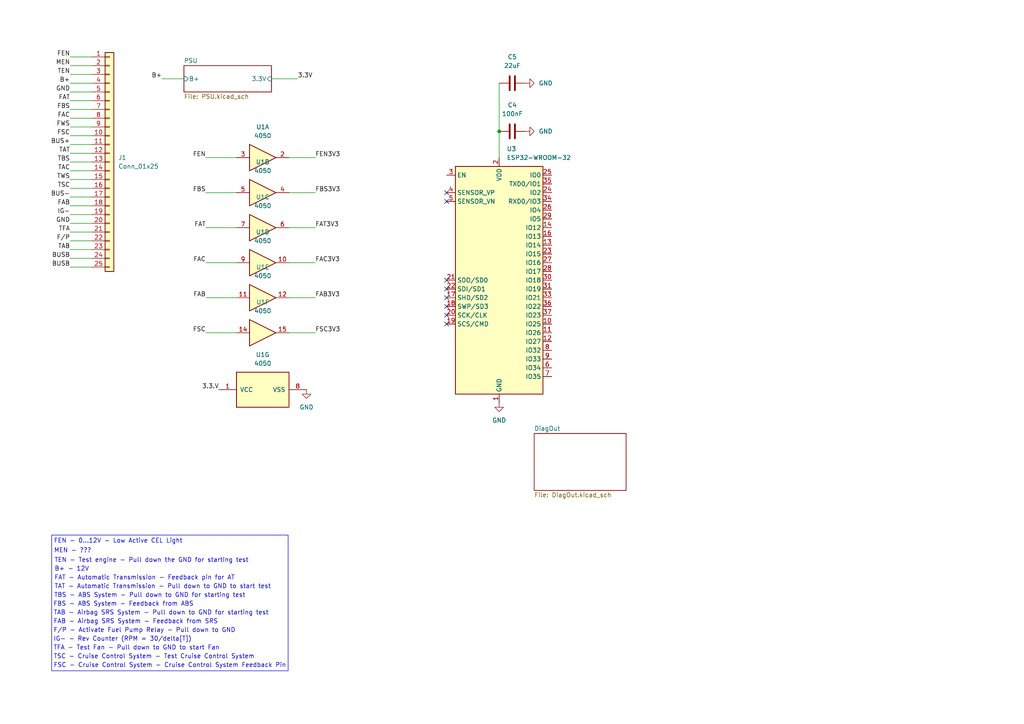
<source format=kicad_sch>
(kicad_sch (version 20231120) (generator "eeschema") (generator_version "8.0")
  (paper "A4")
  (lib_symbols
    (symbol "4xxx:4050" (pin_names (offset 1.016))
      (property "Reference" "U" (at 0 1.27 0))
      (property "Value" "4050" (at 0 -1.27 0))
      (symbol "4050_1_0"
        (polyline (pts (xy -3.81 3.81) (xy -3.81 -3.81) (xy 3.81 0) (xy -3.81 3.81)) (stroke (width 0.254)) (fill (type background)))
        (pin output line (at 7.62 0 180) (length 3.81) (name "~") (number "2"))
        (pin input line (at -7.62 0 0) (length 3.81) (name "~") (number "3"))
      )
      (symbol "4050_2_0"
        (polyline (pts (xy -3.81 3.81) (xy -3.81 -3.81) (xy 3.81 0) (xy -3.81 3.81)) (stroke (width 0.254)) (fill (type background)))
        (pin output line (at 7.62 0 180) (length 3.81) (name "~") (number "4"))
        (pin input line (at -7.62 0 0) (length 3.81) (name "~") (number "5"))
      )
      (symbol "4050_3_0"
        (polyline (pts (xy -3.81 3.81) (xy -3.81 -3.81) (xy 3.81 0) (xy -3.81 3.81)) (stroke (width 0.254)) (fill (type background)))
        (pin output line (at 7.62 0 180) (length 3.81) (name "~") (number "6"))
        (pin input line (at -7.62 0 0) (length 3.81) (name "~") (number "7"))
      )
      (symbol "4050_4_0"
        (polyline (pts (xy -3.81 3.81) (xy -3.81 -3.81) (xy 3.81 0) (xy -3.81 3.81)) (stroke (width 0.254)) (fill (type background)))
        (pin output line (at 7.62 0 180) (length 3.81) (name "~") (number "10"))
        (pin input line (at -7.62 0 0) (length 3.81) (name "~") (number "9"))
      )
      (symbol "4050_5_0"
        (polyline (pts (xy -3.81 3.81) (xy -3.81 -3.81) (xy 3.81 0) (xy -3.81 3.81)) (stroke (width 0.254)) (fill (type background)))
        (pin input line (at -7.62 0 0) (length 3.81) (name "~") (number "11"))
        (pin output line (at 7.62 0 180) (length 3.81) (name "~") (number "12"))
      )
      (symbol "4050_6_0"
        (polyline (pts (xy -3.81 3.81) (xy -3.81 -3.81) (xy 3.81 0) (xy -3.81 3.81)) (stroke (width 0.254)) (fill (type background)))
        (pin input line (at -7.62 0 0) (length 3.81) (name "~") (number "14"))
        (pin output line (at 7.62 0 180) (length 3.81) (name "~") (number "15"))
      )
      (symbol "4050_7_0"
        (pin power_in line (at 0 12.7 270) (length 5.08) (name "VCC") (number "1"))
        (pin power_in line (at 0 -12.7 90) (length 5.08) (name "VSS") (number "8"))
      )
      (symbol "4050_7_1"
        (rectangle (start -5.08 7.62) (end 5.08 -7.62) (stroke (width 0.254)) (fill (type background)))
      )
    )
    (symbol "Connector_Generic:Conn_01x25" (pin_names (offset 1.016) hide)
      (property "Reference" "J" (at 0 33.02 0))
      (property "Value" "Conn_01x25" (at 0 -33.02 0))
      (symbol "Conn_01x25_1_1"
        (rectangle (start -1.27 -30.353) (end 0 -30.607) (stroke (width 0.1524)))
        (rectangle (start -1.27 -27.813) (end 0 -28.067) (stroke (width 0.1524)))
        (rectangle (start -1.27 -25.273) (end 0 -25.527) (stroke (width 0.1524)))
        (rectangle (start -1.27 -22.733) (end 0 -22.987) (stroke (width 0.1524)))
        (rectangle (start -1.27 -20.193) (end 0 -20.447) (stroke (width 0.1524)))
        (rectangle (start -1.27 -17.653) (end 0 -17.907) (stroke (width 0.1524)))
        (rectangle (start -1.27 -15.113) (end 0 -15.367) (stroke (width 0.1524)))
        (rectangle (start -1.27 -12.573) (end 0 -12.827) (stroke (width 0.1524)))
        (rectangle (start -1.27 -10.033) (end 0 -10.287) (stroke (width 0.1524)))
        (rectangle (start -1.27 -7.493) (end 0 -7.747) (stroke (width 0.1524)))
        (rectangle (start -1.27 -4.953) (end 0 -5.207) (stroke (width 0.1524)))
        (rectangle (start -1.27 -2.413) (end 0 -2.667) (stroke (width 0.1524)))
        (rectangle (start -1.27 0.127) (end 0 -0.127) (stroke (width 0.1524)))
        (rectangle (start -1.27 2.667) (end 0 2.413) (stroke (width 0.1524)))
        (rectangle (start -1.27 5.207) (end 0 4.953) (stroke (width 0.1524)))
        (rectangle (start -1.27 7.747) (end 0 7.493) (stroke (width 0.1524)))
        (rectangle (start -1.27 10.287) (end 0 10.033) (stroke (width 0.1524)))
        (rectangle (start -1.27 12.827) (end 0 12.573) (stroke (width 0.1524)))
        (rectangle (start -1.27 15.367) (end 0 15.113) (stroke (width 0.1524)))
        (rectangle (start -1.27 17.907) (end 0 17.653) (stroke (width 0.1524)))
        (rectangle (start -1.27 20.447) (end 0 20.193) (stroke (width 0.1524)))
        (rectangle (start -1.27 22.987) (end 0 22.733) (stroke (width 0.1524)))
        (rectangle (start -1.27 25.527) (end 0 25.273) (stroke (width 0.1524)))
        (rectangle (start -1.27 28.067) (end 0 27.813) (stroke (width 0.1524)))
        (rectangle (start -1.27 30.607) (end 0 30.353) (stroke (width 0.1524)))
        (rectangle (start -1.27 31.75) (end 1.27 -31.75) (stroke (width 0.254)) (fill (type background)))
        (pin passive line (at -5.08 30.48 0) (length 3.81) (name "Pin_1") (number "1"))
        (pin passive line (at -5.08 7.62 0) (length 3.81) (name "Pin_10") (number "10"))
        (pin passive line (at -5.08 5.08 0) (length 3.81) (name "Pin_11") (number "11"))
        (pin passive line (at -5.08 2.54 0) (length 3.81) (name "Pin_12") (number "12"))
        (pin passive line (at -5.08 0 0) (length 3.81) (name "Pin_13") (number "13"))
        (pin passive line (at -5.08 -2.54 0) (length 3.81) (name "Pin_14") (number "14"))
        (pin passive line (at -5.08 -5.08 0) (length 3.81) (name "Pin_15") (number "15"))
        (pin passive line (at -5.08 -7.62 0) (length 3.81) (name "Pin_16") (number "16"))
        (pin passive line (at -5.08 -10.16 0) (length 3.81) (name "Pin_17") (number "17"))
        (pin passive line (at -5.08 -12.7 0) (length 3.81) (name "Pin_18") (number "18"))
        (pin passive line (at -5.08 -15.24 0) (length 3.81) (name "Pin_19") (number "19"))
        (pin passive line (at -5.08 27.94 0) (length 3.81) (name "Pin_2") (number "2"))
        (pin passive line (at -5.08 -17.78 0) (length 3.81) (name "Pin_20") (number "20"))
        (pin passive line (at -5.08 -20.32 0) (length 3.81) (name "Pin_21") (number "21"))
        (pin passive line (at -5.08 -22.86 0) (length 3.81) (name "Pin_22") (number "22"))
        (pin passive line (at -5.08 -25.4 0) (length 3.81) (name "Pin_23") (number "23"))
        (pin passive line (at -5.08 -27.94 0) (length 3.81) (name "Pin_24") (number "24"))
        (pin passive line (at -5.08 -30.48 0) (length 3.81) (name "Pin_25") (number "25"))
        (pin passive line (at -5.08 25.4 0) (length 3.81) (name "Pin_3") (number "3"))
        (pin passive line (at -5.08 22.86 0) (length 3.81) (name "Pin_4") (number "4"))
        (pin passive line (at -5.08 20.32 0) (length 3.81) (name "Pin_5") (number "5"))
        (pin passive line (at -5.08 17.78 0) (length 3.81) (name "Pin_6") (number "6"))
        (pin passive line (at -5.08 15.24 0) (length 3.81) (name "Pin_7") (number "7"))
        (pin passive line (at -5.08 12.7 0) (length 3.81) (name "Pin_8") (number "8"))
        (pin passive line (at -5.08 10.16 0) (length 3.81) (name "Pin_9") (number "9"))
      )
    )
    (symbol "Device:C" (pin_numbers hide) (pin_names (offset 0.254))
      (property "Reference" "C" (at 0.635 2.54 0))
      (property "Value" "C" (at 0.635 -2.54 0))
      (symbol "C_0_1"
        (polyline (pts (xy -2.032 -0.762) (xy 2.032 -0.762)) (stroke (width 0.508)))
        (polyline (pts (xy -2.032 0.762) (xy 2.032 0.762)) (stroke (width 0.508)))
      )
      (symbol "C_1_1"
        (pin passive line (at 0 3.81 270) (length 2.794) (name "~") (number "1"))
        (pin passive line (at 0 -3.81 90) (length 2.794) (name "~") (number "2"))
      )
    )
    (symbol "RF_Module:ESP32-WROOM-32"
      (property "Reference" "U" (at -12.7 34.29 0))
      (property "Value" "ESP32-WROOM-32" (at 1.27 34.29 0))
      (symbol "ESP32-WROOM-32_0_1"
        (rectangle (start -12.7 33.02) (end 12.7 -33.02) (stroke (width 0.254)) (fill (type background)))
      )
      (symbol "ESP32-WROOM-32_1_1"
        (pin power_in line (at 0 -35.56 90) (length 2.54) (name "GND") (number "1"))
        (pin bidirectional line (at 15.24 -12.7 180) (length 2.54) (name "IO25") (number "10"))
        (pin bidirectional line (at 15.24 -15.24 180) (length 2.54) (name "IO26") (number "11"))
        (pin bidirectional line (at 15.24 -17.78 180) (length 2.54) (name "IO27") (number "12"))
        (pin bidirectional line (at 15.24 10.16 180) (length 2.54) (name "IO14") (number "13"))
        (pin bidirectional line (at 15.24 15.24 180) (length 2.54) (name "IO12") (number "14"))
        (pin passive line (at 0 -35.56 90) (length 2.54) hide (name "GND") (number "15"))
        (pin bidirectional line (at 15.24 12.7 180) (length 2.54) (name "IO13") (number "16"))
        (pin bidirectional line (at -15.24 -5.08 0) (length 2.54) (name "SHD/SD2") (number "17"))
        (pin bidirectional line (at -15.24 -7.62 0) (length 2.54) (name "SWP/SD3") (number "18"))
        (pin bidirectional line (at -15.24 -12.7 0) (length 2.54) (name "SCS/CMD") (number "19"))
        (pin power_in line (at 0 35.56 270) (length 2.54) (name "VDD") (number "2"))
        (pin bidirectional line (at -15.24 -10.16 0) (length 2.54) (name "SCK/CLK") (number "20"))
        (pin bidirectional line (at -15.24 0 0) (length 2.54) (name "SDO/SD0") (number "21"))
        (pin bidirectional line (at -15.24 -2.54 0) (length 2.54) (name "SDI/SD1") (number "22"))
        (pin bidirectional line (at 15.24 7.62 180) (length 2.54) (name "IO15") (number "23"))
        (pin bidirectional line (at 15.24 25.4 180) (length 2.54) (name "IO2") (number "24"))
        (pin bidirectional line (at 15.24 30.48 180) (length 2.54) (name "IO0") (number "25"))
        (pin bidirectional line (at 15.24 20.32 180) (length 2.54) (name "IO4") (number "26"))
        (pin bidirectional line (at 15.24 5.08 180) (length 2.54) (name "IO16") (number "27"))
        (pin bidirectional line (at 15.24 2.54 180) (length 2.54) (name "IO17") (number "28"))
        (pin bidirectional line (at 15.24 17.78 180) (length 2.54) (name "IO5") (number "29"))
        (pin input line (at -15.24 30.48 0) (length 2.54) (name "EN") (number "3"))
        (pin bidirectional line (at 15.24 0 180) (length 2.54) (name "IO18") (number "30"))
        (pin bidirectional line (at 15.24 -2.54 180) (length 2.54) (name "IO19") (number "31"))
        (pin no_connect line (at -12.7 -27.94 0) (length 2.54) hide (name "NC") (number "32"))
        (pin bidirectional line (at 15.24 -5.08 180) (length 2.54) (name "IO21") (number "33"))
        (pin bidirectional line (at 15.24 22.86 180) (length 2.54) (name "RXD0/IO3") (number "34"))
        (pin bidirectional line (at 15.24 27.94 180) (length 2.54) (name "TXD0/IO1") (number "35"))
        (pin bidirectional line (at 15.24 -7.62 180) (length 2.54) (name "IO22") (number "36"))
        (pin bidirectional line (at 15.24 -10.16 180) (length 2.54) (name "IO23") (number "37"))
        (pin passive line (at 0 -35.56 90) (length 2.54) hide (name "GND") (number "38"))
        (pin passive line (at 0 -35.56 90) (length 2.54) hide (name "GND") (number "39"))
        (pin input line (at -15.24 25.4 0) (length 2.54) (name "SENSOR_VP") (number "4"))
        (pin input line (at -15.24 22.86 0) (length 2.54) (name "SENSOR_VN") (number "5"))
        (pin input line (at 15.24 -25.4 180) (length 2.54) (name "IO34") (number "6"))
        (pin input line (at 15.24 -27.94 180) (length 2.54) (name "IO35") (number "7"))
        (pin bidirectional line (at 15.24 -20.32 180) (length 2.54) (name "IO32") (number "8"))
        (pin bidirectional line (at 15.24 -22.86 180) (length 2.54) (name "IO33") (number "9"))
      )
    )
    (symbol "power:GND" (power) (pin_numbers hide) (pin_names (offset 0) hide)
      (property "Value" "GND" (at 0 -3.81 0))
      (symbol "GND_0_1"
        (polyline (pts (xy 0 0) (xy 0 -1.27) (xy 1.27 -1.27) (xy 0 -2.54) (xy -1.27 -1.27) (xy 0 -1.27)))
      )
      (symbol "GND_1_1"
        (pin power_in line (at 0 0 270) (length 0) (name "~") (number "1"))
      )
    )
  )
  (junction (at 144.78 38.1))
  (no_connect (at 129.54 55.88))
  (no_connect (at 129.54 91.44))
  (no_connect (at 129.54 86.36))
  (no_connect (at 129.54 58.42))
  (no_connect (at 129.54 81.28))
  (no_connect (at 129.54 88.9))
  (no_connect (at 129.54 83.82))
  (no_connect (at 129.54 93.98))
  (wire (pts (xy 20.32 69.85) (xy 26.67 69.85)))
  (wire (pts (xy 20.32 77.47) (xy 26.67 77.47)))
  (wire (pts (xy 20.32 67.31) (xy 26.67 67.31)))
  (wire (pts (xy 83.82 55.88) (xy 91.44 55.88)))
  (wire (pts (xy 20.32 24.13) (xy 26.67 24.13)))
  (wire (pts (xy 46.99 22.86) (xy 53.34 22.86)))
  (wire (pts (xy 20.32 57.15) (xy 26.67 57.15)))
  (wire (pts (xy 20.32 64.77) (xy 26.67 64.77)))
  (wire (pts (xy 20.32 41.91) (xy 26.67 41.91)))
  (wire (pts (xy 144.78 24.13) (xy 144.78 38.1)))
  (wire (pts (xy 83.82 45.72) (xy 91.44 45.72)))
  (wire (pts (xy 20.32 52.07) (xy 26.67 52.07)))
  (wire (pts (xy 78.74 22.86) (xy 86.36 22.86)))
  (wire (pts (xy 59.69 86.36) (xy 68.58 86.36)))
  (wire (pts (xy 83.82 76.2) (xy 91.44 76.2)))
  (wire (pts (xy 20.32 39.37) (xy 26.67 39.37)))
  (wire (pts (xy 20.32 49.53) (xy 26.67 49.53)))
  (wire (pts (xy 20.32 62.23) (xy 26.67 62.23)))
  (wire (pts (xy 83.82 86.36) (xy 91.44 86.36)))
  (wire (pts (xy 20.32 26.67) (xy 26.67 26.67)))
  (wire (pts (xy 20.32 44.45) (xy 26.67 44.45)))
  (wire (pts (xy 144.78 38.1) (xy 144.78 45.72)))
  (wire (pts (xy 20.32 31.75) (xy 26.67 31.75)))
  (wire (pts (xy 20.32 46.99) (xy 26.67 46.99)))
  (wire (pts (xy 20.32 29.21) (xy 26.67 29.21)))
  (wire (pts (xy 59.69 66.04) (xy 68.58 66.04)))
  (wire (pts (xy 59.69 76.2) (xy 68.58 76.2)))
  (wire (pts (xy 20.32 19.05) (xy 26.67 19.05)))
  (wire (pts (xy 20.32 59.69) (xy 26.67 59.69)))
  (wire (pts (xy 83.82 96.52) (xy 91.44 96.52)))
  (wire (pts (xy 59.69 96.52) (xy 68.58 96.52)))
  (wire (pts (xy 20.32 72.39) (xy 26.67 72.39)))
  (wire (pts (xy 20.32 16.51) (xy 26.67 16.51)))
  (wire (pts (xy 59.69 45.72) (xy 68.58 45.72)))
  (wire (pts (xy 20.32 54.61) (xy 26.67 54.61)))
  (wire (pts (xy 83.82 66.04) (xy 91.44 66.04)))
  (wire (pts (xy 59.69 55.88) (xy 68.58 55.88)))
  (wire (pts (xy 20.32 34.29) (xy 26.67 34.29)))
  (wire (pts (xy 20.32 74.93) (xy 26.67 74.93)))
  (wire (pts (xy 20.32 36.83) (xy 26.67 36.83)))
  (wire (pts (xy 20.32 21.59) (xy 26.67 21.59)))
  (rectangle (start 14.986 155.194) (end 83.566 194.564))
  (text "TBS - ABS System - Pull down to GND for starting test" (at 43.434 172.72 0) (effects (font (size 1.27 1.27))))
  (text "IG- - Rev Counter (RPM = 30/delta[T])" (at 35.56 185.42 0) (effects (font (size 1.27 1.27))))
  (text "B+ - 12V" (at 20.828 165.1 0) (effects (font (size 1.27 1.27))))
  (text "FBS - ABS System - Feedback from ABS" (at 35.814 175.26 0) (effects (font (size 1.27 1.27))))
  (text "TSC - Cruise Control System - Test Cruise Control System" (at 44.704 190.5 0) (effects (font (size 1.27 1.27))))
  (text "F/P - Activate Fuel Pump Relay - Pull down to GND" (at 41.91 182.88 0) (effects (font (size 1.27 1.27))))
  (text "FEN - 0...12V - Low Active CEL Light" (at 34.29 156.972 0) (effects (font (size 1.27 1.27))))
  (text "TAT - Automatic Transmission - Pull down to GND to start test" (at 15.748 170.18 0) (effects (font (size 1.27 1.27)) (justify left)))
  (text "TEN - Test engine - Pull down the GND for starting test" (at 43.942 162.56 0) (effects (font (size 1.27 1.27))))
  (text "FSC - Cruise Control System - Cruise Control System Feedback Pin" (at 49.276 193.04 0) (effects (font (size 1.27 1.27))))
  (text "TFA - Test Fan - Pull down to GND to start Fan" (at 39.624 187.96 0) (effects (font (size 1.27 1.27))))
  (text "TAB - Airbag SRS System - Pull down to GND for starting test" (at 46.736 177.8 0) (effects (font (size 1.27 1.27))))
  (text "FAT - Automatic Transmission - Feedback pin for AT" (at 15.748 167.64 0) (effects (font (size 1.27 1.27)) (justify left)))
  (text "MEN - ???" (at 21.082 159.766 0) (effects (font (size 1.27 1.27))))
  (text "FAB - Airbag SRS System - Feedback from SRS" (at 39.37 180.34 0) (effects (font (size 1.27 1.27))))
  (label "FAB" (at 59.69 86.36 180))
  (label "BUS-" (at 20.32 57.15 180))
  (label "FBS3V3" (at 91.44 55.88 0))
  (label "MEN" (at 20.32 19.05 180))
  (label "TEN" (at 20.32 21.59 180))
  (label "FSC3V3" (at 91.44 96.52 0))
  (label "BUS+" (at 20.32 41.91 180))
  (label "3.3.V" (at 63.5 113.03 180))
  (label "FBS" (at 59.69 55.88 180))
  (label "FAC3V3" (at 91.44 76.2 0))
  (label "TBS" (at 20.32 46.99 180))
  (label "TAC" (at 20.32 49.53 180))
  (label "FAT3V3" (at 91.44 66.04 0))
  (label "BUSB" (at 20.32 74.93 180))
  (label "FAT" (at 20.32 29.21 180))
  (label "TAT" (at 20.32 44.45 180))
  (label "FEN" (at 59.69 45.72 180))
  (label "GND" (at 20.32 26.67 180))
  (label "FBS" (at 20.32 31.75 180))
  (label "FAC" (at 59.69 76.2 180))
  (label "TSC" (at 20.32 54.61 180))
  (label "FSC" (at 20.32 39.37 180))
  (label "FWS" (at 20.32 36.83 180))
  (label "FAB3V3" (at 91.44 86.36 0))
  (label "TAB" (at 20.32 72.39 180))
  (label "3.3V" (at 86.36 22.86 0))
  (label "IG-" (at 20.32 62.23 180))
  (label "TFA" (at 20.32 67.31 180))
  (label "FSC" (at 59.69 96.52 180))
  (label "FAB" (at 20.32 59.69 180))
  (label "FAC" (at 20.32 34.29 180))
  (label "FEN" (at 20.32 16.51 180))
  (label "F{slash}P" (at 20.32 69.85 180))
  (label "TWS" (at 20.32 52.07 180))
  (label "GND" (at 20.32 64.77 180))
  (label "BUSB" (at 20.32 77.47 180))
  (label "B+" (at 20.32 24.13 180))
  (label "FEN3V3" (at 91.44 45.72 0))
  (label "B+" (at 46.99 22.86 180))
  (label "FAT" (at 59.69 66.04 180))
  (symbol (lib_id "4xxx:4050") (at 76.2 55.88 0) (unit 2)
    (property "Reference" "U1" (at 76.2 46.99 0))
    (property "Value" "4050" (at 76.2 49.53 0))
    (property "Datasheet" "http://www.intersil.com/content/dam/intersil/documents/cd40/cd4050bms.pdf" (effects (hide yes)))
    (property "Description" "Hex Buffer" (effects (hide yes)))
  )
  (symbol (lib_id "RF_Module:ESP32-WROOM-32") (at 144.78 81.28 0) (unit 1)
    (property "Reference" "U3" (at 146.9741 43.18 0) (effects (justify left)))
    (property "Value" "ESP32-WROOM-32" (at 146.9741 45.72 0) (effects (justify left)))
    (property "Footprint" "RF_Module:ESP32-WROOM-32" (effects (hide yes)))
    (property "Datasheet" "https://www.espressif.com/sites/default/files/documentation/esp32-wroom-32_datasheet_en.pdf" (effects (hide yes)))
    (property "Description" "RF Module, ESP32-D0WDQ6 SoC, Wi-Fi 802.11b/g/n, Bluetooth, BLE, 32-bit, 2.7-3.6V, onboard antenna, SMD" (effects (hide yes)))
  )
  (symbol (lib_id "power:GND") (at 144.78 116.84 0) (unit 1)
    (property "Reference" "#PWR06" (effects (hide yes)))
    (property "Value" "GND" (at 144.78 121.92 0))
    (property "Description" "Power symbol creates a global label with name \"GND\" , ground" (effects (hide yes)))
  )
  (symbol (lib_id "power:GND") (at 152.4 24.13 90) (unit 1)
    (property "Reference" "#PWR08" (effects (hide yes)))
    (property "Value" "GND" (at 156.21 24.1299 90) (effects (justify right)))
    (property "Description" "Power symbol creates a global label with name \"GND\" , ground" (effects (hide yes)))
  )
  (symbol (lib_id "4xxx:4050") (at 76.2 96.52 0) (unit 6)
    (property "Reference" "U1" (at 76.2 87.63 0))
    (property "Value" "4050" (at 76.2 90.17 0))
    (property "Datasheet" "http://www.intersil.com/content/dam/intersil/documents/cd40/cd4050bms.pdf" (effects (hide yes)))
    (property "Description" "Hex Buffer" (effects (hide yes)))
  )
  (symbol (lib_id "power:GND") (at 152.4 38.1 90) (unit 1)
    (property "Reference" "#PWR07" (effects (hide yes)))
    (property "Value" "GND" (at 156.21 38.0999 90) (effects (justify right)))
    (property "Description" "Power symbol creates a global label with name \"GND\" , ground" (effects (hide yes)))
  )
  (symbol (lib_id "4xxx:4050") (at 76.2 86.36 0) (unit 5)
    (property "Reference" "U1" (at 76.2 77.47 0))
    (property "Value" "4050" (at 76.2 80.01 0))
    (property "Datasheet" "http://www.intersil.com/content/dam/intersil/documents/cd40/cd4050bms.pdf" (effects (hide yes)))
    (property "Description" "Hex Buffer" (effects (hide yes)))
  )
  (symbol (lib_id "4xxx:4050") (at 76.2 113.03 90) (unit 7)
    (property "Reference" "U1" (at 76.2 102.87 90))
    (property "Value" "4050" (at 76.2 105.41 90))
    (property "Datasheet" "http://www.intersil.com/content/dam/intersil/documents/cd40/cd4050bms.pdf" (effects (hide yes)))
    (property "Description" "Hex Buffer" (effects (hide yes)))
  )
  (symbol (lib_id "power:GND") (at 88.9 113.03 0) (unit 1)
    (property "Reference" "#PWR05" (effects (hide yes)))
    (property "Value" "GND" (at 88.9 118.11 0))
    (property "Description" "Power symbol creates a global label with name \"GND\" , ground" (effects (hide yes)))
  )
  (symbol (lib_id "4xxx:4050") (at 76.2 76.2 0) (unit 4)
    (property "Reference" "U1" (at 76.2 67.31 0))
    (property "Value" "4050" (at 76.2 69.85 0))
    (property "Datasheet" "http://www.intersil.com/content/dam/intersil/documents/cd40/cd4050bms.pdf" (effects (hide yes)))
    (property "Description" "Hex Buffer" (effects (hide yes)))
  )
  (symbol (lib_id "Connector_Generic:Conn_01x25") (at 31.75 46.99 0) (unit 1)
    (property "Reference" "J1" (at 34.29 45.7199 0) (effects (justify left)))
    (property "Value" "Conn_01x25" (at 34.29 48.2599 0) (effects (justify left)))
    (property "Description" "Generic connector, single row, 01x25, script generated (kicad-library-utils/schlib/autogen/connector/)" (effects (hide yes)))
  )
  (symbol (lib_id "Device:C") (at 148.59 24.13 90) (unit 1)
    (property "Reference" "C5" (at 148.59 16.51 90))
    (property "Value" "22uF" (at 148.59 19.05 90))
    (property "Description" "Unpolarized capacitor" (effects (hide yes)))
  )
  (symbol (lib_id "4xxx:4050") (at 76.2 66.04 0) (unit 3)
    (property "Reference" "U1" (at 76.2 57.15 0))
    (property "Value" "4050" (at 76.2 59.69 0))
    (property "Datasheet" "http://www.intersil.com/content/dam/intersil/documents/cd40/cd4050bms.pdf" (effects (hide yes)))
    (property "Description" "Hex Buffer" (effects (hide yes)))
  )
  (symbol (lib_id "Device:C") (at 148.59 38.1 90) (unit 1)
    (property "Reference" "C4" (at 148.59 30.48 90))
    (property "Value" "100nF" (at 148.59 33.02 90))
    (property "Description" "Unpolarized capacitor" (effects (hide yes)))
  )
  (symbol (lib_id "4xxx:4050") (at 76.2 45.72 0) (unit 1)
    (property "Reference" "U1" (at 76.2 36.83 0))
    (property "Value" "4050" (at 76.2 39.37 0))
    (property "Datasheet" "http://www.intersil.com/content/dam/intersil/documents/cd40/cd4050bms.pdf" (effects (hide yes)))
    (property "Description" "Hex Buffer" (effects (hide yes)))
  )
  (sheet (at 154.94 125.73) (size 26.67 16.51) (stroke (width 0.1524))
    (property "Sheetname" "DiagOut" (at 154.94 125.0184 0) (effects (justify left bottom)))
    (property "Sheetfile" "DiagOut.kicad_sch" (at 154.94 142.8246 0) (effects (justify left top)))
  )
  (sheet (at 53.34 19.05) (size 25.4 7.62) (stroke (width 0.1524))
    (property "Sheetname" "PSU" (at 53.34 18.3384 0) (effects (justify left bottom)))
    (property "Sheetfile" "PSU.kicad_sch" (at 53.34 27.2546 0) (effects (justify left top)))
    (pin "3.3V" input (at 78.74 22.86 0))
    (pin "B+" input (at 53.34 22.86 180))
  )
)
</source>
